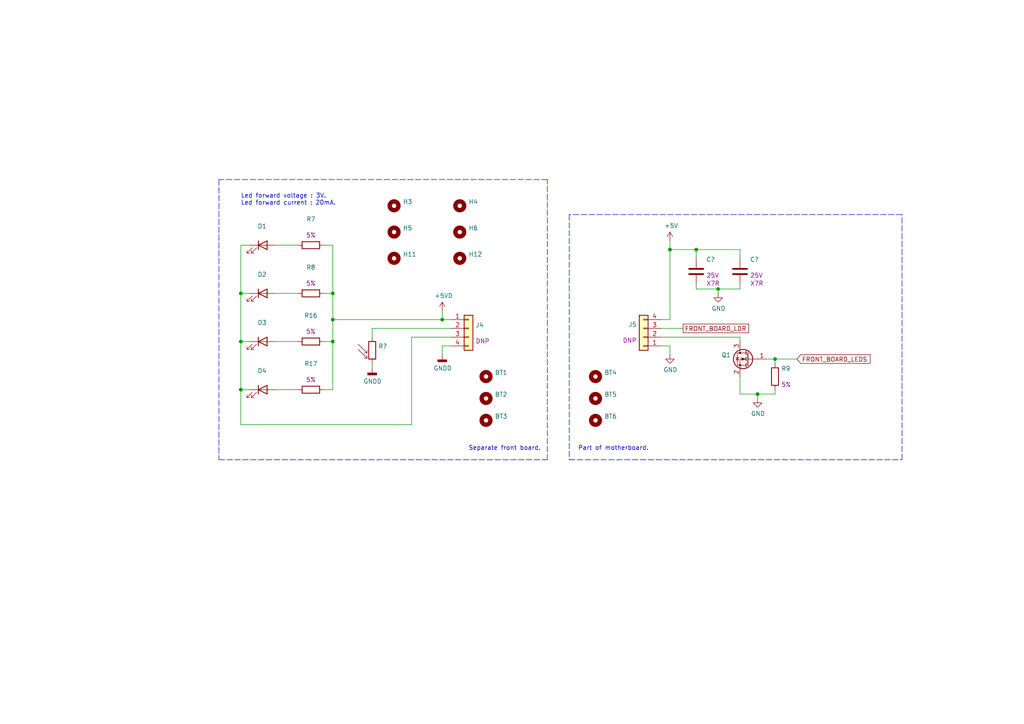
<source format=kicad_sch>
(kicad_sch (version 20211123) (generator eeschema)
  (paper "A4")
  (title_block (title "Separate board with camera, leds and LDR") (date "2021-02-05") (rev "1.1") (company "Cyclope robot by Adrien RICCIARDI"))
  (lib_symbols
    (symbol "Connector_Generic:Conn_01x04" (pin_names (offset 1.016) hide)
      (property "Reference" "J" (at 0 5.08 0))
      (property "Value" "Conn_01x04" (at 0 -7.62 0))
      (symbol "Conn_01x04_1_1"
        (rectangle (start -1.27 -4.953) (end 0 -5.207) (stroke (width 0.1524)))
        (rectangle (start -1.27 -2.413) (end 0 -2.667) (stroke (width 0.1524)))
        (rectangle (start -1.27 0.127) (end 0 -0.127) (stroke (width 0.1524)))
        (rectangle (start -1.27 2.667) (end 0 2.413) (stroke (width 0.1524)))
        (rectangle (start -1.27 3.81) (end 1.27 -6.35) (stroke (width 0.254)) (fill (type background)))
        (pin passive line (at -5.08 2.54 0) (length 3.81) (name "Pin_1") (number "1"))
        (pin passive line (at -5.08 0 0) (length 3.81) (name "Pin_2") (number "2"))
        (pin passive line (at -5.08 -2.54 0) (length 3.81) (name "Pin_3") (number "3"))
        (pin passive line (at -5.08 -5.08 0) (length 3.81) (name "Pin_4") (number "4"))
      )
    )
    (symbol "Device:C" (pin_numbers hide) (pin_names (offset 0.254))
      (property "Reference" "C" (at 0.635 2.54 0))
      (property "Value" "C" (at 0.635 -2.54 0))
      (symbol "C_0_1"
        (polyline (pts (xy -2.032 -0.762) (xy 2.032 -0.762)) (stroke (width 0.508)))
        (polyline (pts (xy -2.032 0.762) (xy 2.032 0.762)) (stroke (width 0.508)))
      )
      (symbol "C_1_1"
        (pin passive line (at 0 3.81 270) (length 2.794) (name "~") (number "1"))
        (pin passive line (at 0 -3.81 90) (length 2.794) (name "~") (number "2"))
      )
    )
    (symbol "Device:LED" (pin_numbers hide) (pin_names (offset 1.016) hide)
      (property "Reference" "D" (at 0 2.54 0))
      (property "Value" "LED" (at 0 -2.54 0))
      (symbol "LED_0_1"
        (polyline (pts (xy -1.27 -1.27) (xy -1.27 1.27)) (stroke (width 0.254)))
        (polyline (pts (xy -1.27 0) (xy 1.27 0)))
        (polyline (pts (xy 1.27 -1.27) (xy 1.27 1.27) (xy -1.27 0) (xy 1.27 -1.27)) (stroke (width 0.254)))
        (polyline (pts (xy -3.048 -0.762) (xy -4.572 -2.286) (xy -3.81 -2.286) (xy -4.572 -2.286) (xy -4.572 -1.524)))
        (polyline (pts (xy -1.778 -0.762) (xy -3.302 -2.286) (xy -2.54 -2.286) (xy -3.302 -2.286) (xy -3.302 -1.524)))
      )
      (symbol "LED_1_1"
        (pin passive line (at -3.81 0 0) (length 2.54) (name "K") (number "1"))
        (pin passive line (at 3.81 0 180) (length 2.54) (name "A") (number "2"))
      )
    )
    (symbol "Device:R" (pin_numbers hide) (pin_names (offset 0))
      (property "Reference" "R" (at 2.032 0 90))
      (property "Value" "R" (at 0 0 90))
      (symbol "R_0_1"
        (rectangle (start -1.016 -2.54) (end 1.016 2.54) (stroke (width 0.254)))
      )
      (symbol "R_1_1"
        (pin passive line (at 0 3.81 270) (length 1.27) (name "~") (number "1"))
        (pin passive line (at 0 -3.81 90) (length 1.27) (name "~") (number "2"))
      )
    )
    (symbol "Mechanical:MountingHole" (pin_names (offset 1.016))
      (property "Reference" "H" (at 0 5.08 0))
      (property "Value" "MountingHole" (at 0 3.175 0))
      (symbol "MountingHole_0_1"
        (circle (center 0 0) (radius 1.27) (stroke (width 1.27)))
      )
    )
    (symbol "Sensor_Optical:LDR07" (pin_numbers hide) (pin_names (offset 0))
      (property "Reference" "R" (at -5.08 0 90))
      (property "Value" "LDR07" (at 1.905 0 90))
      (symbol "LDR07_0_1"
        (rectangle (start -1.016 2.54) (end 1.016 -2.54) (stroke (width 0.254)))
        (polyline (pts (xy -1.524 -2.286) (xy -4.064 0.254)))
        (polyline (pts (xy -1.524 -2.286) (xy -2.286 -2.286)))
        (polyline (pts (xy -1.524 -2.286) (xy -1.524 -1.524)))
        (polyline (pts (xy -1.524 -0.762) (xy -4.064 1.778)))
        (polyline (pts (xy -1.524 -0.762) (xy -2.286 -0.762)))
        (polyline (pts (xy -1.524 -0.762) (xy -1.524 0)))
      )
      (symbol "LDR07_1_1"
        (pin passive line (at 0 3.81 270) (length 1.27) (name "~") (number "1"))
        (pin passive line (at 0 -3.81 90) (length 1.27) (name "~") (number "2"))
      )
    )
    (symbol "Transistor_FET:DMG3414U" (pin_names hide)
      (property "Reference" "Q" (at 5.08 1.905 0))
      (property "Value" "DMG3414U" (at 5.08 0 0))
      (symbol "DMG3414U_0_1"
        (polyline (pts (xy 0.254 0) (xy -2.54 0)))
        (polyline (pts (xy 0.254 1.905) (xy 0.254 -1.905)) (stroke (width 0.254)))
        (polyline (pts (xy 0.762 -1.27) (xy 0.762 -2.286)) (stroke (width 0.254)))
        (polyline (pts (xy 0.762 0.508) (xy 0.762 -0.508)) (stroke (width 0.254)))
        (polyline (pts (xy 0.762 2.286) (xy 0.762 1.27)) (stroke (width 0.254)))
        (polyline (pts (xy 2.54 2.54) (xy 2.54 1.778)))
        (polyline (pts (xy 2.54 -2.54) (xy 2.54 0) (xy 0.762 0)))
        (polyline (pts (xy 0.762 -1.778) (xy 3.302 -1.778) (xy 3.302 1.778) (xy 0.762 1.778)))
        (polyline (pts (xy 1.016 0) (xy 2.032 0.381) (xy 2.032 -0.381) (xy 1.016 0)) (fill (type outline)))
        (polyline (pts (xy 2.794 0.508) (xy 2.921 0.381) (xy 3.683 0.381) (xy 3.81 0.254)))
        (polyline (pts (xy 3.302 0.381) (xy 2.921 -0.254) (xy 3.683 -0.254) (xy 3.302 0.381)))
        (circle (center 1.651 0) (radius 2.794) (stroke (width 0.254)))
        (circle (center 2.54 -1.778) (radius 0.254) (fill (type outline)))
        (circle (center 2.54 1.778) (radius 0.254) (fill (type outline)))
      )
      (symbol "DMG3414U_1_1"
        (pin input line (at -5.08 0 0) (length 2.54) (name "G") (number "1"))
        (pin passive line (at 2.54 -5.08 90) (length 2.54) (name "S") (number "2"))
        (pin passive line (at 2.54 5.08 270) (length 2.54) (name "D") (number "3"))
      )
    )
    (symbol "power:+5V" (power) (pin_names (offset 0))
      (property "Value" "+5V" (at 0 3.556 0))
      (symbol "+5V_0_1"
        (polyline (pts (xy -0.762 1.27) (xy 0 2.54)))
        (polyline (pts (xy 0 0) (xy 0 2.54)))
        (polyline (pts (xy 0 2.54) (xy 0.762 1.27)))
      )
      (symbol "+5V_1_1"
        (pin power_in line (at 0 0 90) (length 0) hide (name "+5V") (number "1"))
      )
    )
    (symbol "power:+5VD" (power) (pin_names (offset 0))
      (property "Value" "+5VD" (at 0 3.556 0))
      (symbol "+5VD_0_1"
        (polyline (pts (xy -0.762 1.27) (xy 0 2.54)))
        (polyline (pts (xy 0 0) (xy 0 2.54)))
        (polyline (pts (xy 0 2.54) (xy 0.762 1.27)))
      )
      (symbol "+5VD_1_1"
        (pin power_in line (at 0 0 90) (length 0) hide (name "+5VD") (number "1"))
      )
    )
    (symbol "power:GND" (power) (pin_names (offset 0))
      (property "Value" "GND" (at 0 -3.81 0))
      (symbol "GND_0_1"
        (polyline (pts (xy 0 0) (xy 0 -1.27) (xy 1.27 -1.27) (xy 0 -2.54) (xy -1.27 -1.27) (xy 0 -1.27)))
      )
      (symbol "GND_1_1"
        (pin power_in line (at 0 0 270) (length 0) hide (name "GND") (number "1"))
      )
    )
    (symbol "power:GNDD" (power) (pin_names (offset 0))
      (property "Value" "GNDD" (at 0 -3.175 0))
      (symbol "GNDD_0_1"
        (rectangle (start -1.27 -1.524) (end 1.27 -2.032) (stroke (width 0.254)) (fill (type outline)))
        (polyline (pts (xy 0 0) (xy 0 -1.524)))
      )
      (symbol "GNDD_1_1"
        (pin power_in line (at 0 0 270) (length 0) hide (name "GNDD") (number "1"))
      )
    )
  )
  (junction (at 96.52 92.71))
  (junction (at 224.79 104.14))
  (junction (at 128.27 92.71))
  (junction (at 201.93 72.39))
  (junction (at 194.31 72.39))
  (junction (at 69.85 85.09))
  (junction (at 69.85 113.03))
  (junction (at 69.85 99.06))
  (junction (at 219.71 114.3))
  (junction (at 96.52 99.06))
  (junction (at 96.52 85.09))
  (junction (at 208.28 83.82))
  (wire (pts (xy 96.52 92.71) (xy 128.27 92.71)))
  (wire (pts (xy 224.79 114.3) (xy 224.79 113.03)))
  (wire (pts (xy 191.77 97.79) (xy 214.63 97.79)))
  (wire (pts (xy 130.81 100.33) (xy 128.27 100.33)))
  (wire (pts (xy 214.63 72.39) (xy 214.63 74.93)))
  (wire (pts (xy 194.31 72.39) (xy 201.93 72.39)))
  (wire (pts (xy 201.93 72.39) (xy 201.93 74.93)))
  (wire (pts (xy 69.85 113.03) (xy 69.85 123.19)))
  (wire (pts (xy 191.77 100.33) (xy 194.31 100.33)))
  (wire (pts (xy 96.52 85.09) (xy 93.98 85.09)))
  (wire (pts (xy 96.52 92.71) (xy 96.52 99.06)))
  (wire (pts (xy 119.38 97.79) (xy 119.38 123.19)))
  (wire (pts (xy 214.63 83.82) (xy 214.63 82.55)))
  (polyline (pts (xy 158.75 133.35) (xy 158.75 52.07)))
  (wire (pts (xy 93.98 71.12) (xy 96.52 71.12)))
  (wire (pts (xy 80.01 85.09) (xy 86.36 85.09)))
  (wire (pts (xy 224.79 104.14) (xy 224.79 105.41)))
  (wire (pts (xy 201.93 83.82) (xy 208.28 83.82)))
  (wire (pts (xy 194.31 100.33) (xy 194.31 102.87)))
  (polyline (pts (xy 261.62 133.35) (xy 261.62 62.23)))
  (wire (pts (xy 214.63 109.22) (xy 214.63 114.3)))
  (wire (pts (xy 80.01 113.03) (xy 86.36 113.03)))
  (wire (pts (xy 128.27 92.71) (xy 130.81 92.71)))
  (wire (pts (xy 96.52 113.03) (xy 93.98 113.03)))
  (wire (pts (xy 128.27 90.17) (xy 128.27 92.71)))
  (wire (pts (xy 208.28 85.09) (xy 208.28 83.82)))
  (wire (pts (xy 194.31 72.39) (xy 194.31 92.71)))
  (wire (pts (xy 69.85 99.06) (xy 69.85 85.09)))
  (wire (pts (xy 107.95 106.68) (xy 107.95 105.41)))
  (polyline (pts (xy 165.1 62.23) (xy 165.1 133.35)))
  (wire (pts (xy 194.31 69.85) (xy 194.31 72.39)))
  (polyline (pts (xy 261.62 62.23) (xy 165.1 62.23)))
  (wire (pts (xy 219.71 114.3) (xy 219.71 115.57)))
  (wire (pts (xy 80.01 99.06) (xy 86.36 99.06)))
  (wire (pts (xy 208.28 83.82) (xy 214.63 83.82)))
  (wire (pts (xy 201.93 82.55) (xy 201.93 83.82)))
  (wire (pts (xy 107.95 95.25) (xy 107.95 97.79)))
  (wire (pts (xy 219.71 114.3) (xy 224.79 114.3)))
  (polyline (pts (xy 63.5 52.07) (xy 63.5 133.35)))
  (wire (pts (xy 93.98 99.06) (xy 96.52 99.06)))
  (wire (pts (xy 128.27 100.33) (xy 128.27 102.87)))
  (wire (pts (xy 72.39 99.06) (xy 69.85 99.06)))
  (polyline (pts (xy 158.75 52.07) (xy 63.5 52.07)))
  (wire (pts (xy 69.85 85.09) (xy 69.85 71.12)))
  (wire (pts (xy 96.52 99.06) (xy 96.52 113.03)))
  (wire (pts (xy 214.63 97.79) (xy 214.63 99.06)))
  (wire (pts (xy 214.63 114.3) (xy 219.71 114.3)))
  (wire (pts (xy 69.85 123.19) (xy 119.38 123.19)))
  (wire (pts (xy 80.01 71.12) (xy 86.36 71.12)))
  (wire (pts (xy 119.38 97.79) (xy 130.81 97.79)))
  (wire (pts (xy 69.85 99.06) (xy 69.85 113.03)))
  (wire (pts (xy 191.77 92.71) (xy 194.31 92.71)))
  (wire (pts (xy 224.79 104.14) (xy 231.14 104.14)))
  (wire (pts (xy 69.85 71.12) (xy 72.39 71.12)))
  (polyline (pts (xy 63.5 133.35) (xy 158.75 133.35)))
  (wire (pts (xy 201.93 72.39) (xy 214.63 72.39)))
  (wire (pts (xy 72.39 85.09) (xy 69.85 85.09)))
  (wire (pts (xy 107.95 95.25) (xy 130.81 95.25)))
  (wire (pts (xy 72.39 113.03) (xy 69.85 113.03)))
  (wire (pts (xy 96.52 71.12) (xy 96.52 85.09)))
  (wire (pts (xy 222.25 104.14) (xy 224.79 104.14)))
  (wire (pts (xy 198.12 95.25) (xy 191.77 95.25)))
  (polyline (pts (xy 165.1 133.35) (xy 261.62 133.35)))
  (wire (pts (xy 96.52 85.09) (xy 96.52 92.71)))
  (text "Part of motherboard." (at 167.64 130.81 0) (effects (font (size 1.27 1.27)) (justify left bottom)))
  (text "Led forward voltage : 3V.\nLed forward current : 20mA." (at 69.85 59.69 0) (effects (font (size 1.27 1.27)) (justify left bottom)))
  (text "Separate front board." (at 135.89 130.81 0) (effects (font (size 1.27 1.27)) (justify left bottom)))
  (global_label "FRONT_BOARD_LEDS" (shape input) (at 231.14 104.14 0) (property "Références Inter-Feuilles" "${INTERSHEET_REFS}" (effects hide)))
  (global_label "FRONT_BOARD_LDR" (shape passive) (at 198.12 95.25 0) (property "Références Inter-Feuilles" "${INTERSHEET_REFS}" (effects hide)))
  (symbol (lib_id "Device:LED") (at 76.2 99.06 0) (unit 1)
    (property "Reference" "D3" (at 76.0222 93.5736 0))
  )
  (symbol (lib_id "Device:LED") (at 76.2 113.03 0) (unit 1)
    (property "Reference" "D4" (at 76.0222 107.5436 0))
  )
  (symbol (lib_id "Device:R") (at 90.17 99.06 270) (unit 1)
    (property "Reference" "R16" (at 90.17 91.5162 90))
    (property "Value2" "5%" (at 90.17 96.139 90))
  )
  (symbol (lib_id "Device:R") (at 90.17 113.03 270) (unit 1)
    (property "Reference" "R17" (at 90.17 105.4862 90))
    (property "Value2" "5%" (at 90.17 110.109 90))
  )
  (symbol (lib_id "Mechanical:MountingHole") (at 114.3 74.93 0) (unit 1)
    (property "Reference" "H11" (at 116.84 73.7616 0) (effects (justify left)))
    (property "Populate" "DNP" (effects hide))
  )
  (symbol (lib_id "Mechanical:MountingHole") (at 133.35 74.93 0) (unit 1)
    (property "Reference" "H12" (at 135.89 73.7616 0) (effects (justify left)))
    (property "Populate" "DNP" (effects hide))
  )
  (symbol (lib_id "Device:LED") (at 76.2 71.12 0) (unit 1)
    (property "Reference" "D1" (at 76.0222 65.6336 0))
  )
  (symbol (lib_id "Device:LED") (at 76.2 85.09 0) (unit 1)
    (property "Reference" "D2" (at 76.0222 79.6036 0))
  )
  (symbol (lib_id "Sensor_Optical:LDR07") (at 107.95 101.6 0) (unit 1)
    (property "Reference" "R?" (at 109.728 100.4316 0) (effects (justify left)))
    (property "Datasheet" "http://www.tme.eu/de/Document/f2e3ad76a925811312d226c31da4cd7e/LDR07.pdf" (effects hide))
  )
  (symbol (lib_id "Connector_Generic:Conn_01x04") (at 135.89 95.25 0) (unit 1)
    (property "Reference" "J4" (at 137.922 94.3102 0) (effects (justify left)))
    (property "Populate" "DNP" (at 137.922 98.933 0) (effects (justify left)))
  )
  (symbol (lib_id "Connector_Generic:Conn_01x04") (at 186.69 97.79 180) (unit 1)
    (property "Reference" "J5" (at 184.6834 94.107 0) (effects (justify left)))
    (property "Populate" "DNP" (at 184.6834 98.7298 0) (effects (justify left)))
  )
  (symbol (lib_id "power:GND") (at 194.31 102.87 0) (unit 1)
    (property "Reference" "#PWR0101" (effects hide))
  )
  (symbol (lib_id "power:GNDD") (at 128.27 102.87 0) (unit 1)
    (property "Reference" "#PWR0102" (effects hide))
  )
  (symbol (lib_id "power:+5V") (at 194.31 69.85 0) (unit 1)
    (property "Reference" "#PWR0103" (effects hide))
  )
  (symbol (lib_id "Device:C") (at 201.93 78.74 180) (unit 1)
    (property "Reference" "C?" (at 204.851 75.2602 0) (effects (justify right)))
    (property "Value2" "25V" (at 204.851 79.883 0) (effects (justify right)))
    (property "Value3" "X7R" (at 204.851 82.1944 0) (effects (justify right)))
  )
  (symbol (lib_id "Device:C") (at 214.63 78.74 180) (unit 1)
    (property "Reference" "C?" (at 217.551 75.2602 0) (effects (justify right)))
    (property "Value2" "25V" (at 217.551 79.883 0) (effects (justify right)))
    (property "Value3" "X7R" (at 217.551 82.1944 0) (effects (justify right)))
  )
  (symbol (lib_id "power:GND") (at 208.28 85.09 0) (unit 1)
    (property "Reference" "#PWR0104" (effects hide))
  )
  (symbol (lib_id "power:+5VD") (at 128.27 90.17 0) (unit 1)
    (property "Reference" "#PWR0105" (effects hide))
  )
  (symbol (lib_id "power:GNDD") (at 107.95 106.68 0) (unit 1)
    (property "Reference" "#PWR0106" (effects hide))
  )
  (symbol (lib_id "Device:R") (at 90.17 71.12 270) (unit 1)
    (property "Reference" "R7" (at 90.17 63.5762 90))
    (property "Value2" "5%" (at 90.17 68.199 90))
  )
  (symbol (lib_id "Device:R") (at 90.17 85.09 270) (unit 1)
    (property "Reference" "R8" (at 90.17 77.5462 90))
    (property "Value2" "5%" (at 90.17 82.169 90))
  )
  (symbol (lib_id "Mechanical:MountingHole") (at 114.3 59.69 0) (unit 1)
    (property "Reference" "H3" (at 116.84 58.5216 0) (effects (justify left)))
    (property "Populate" "DNP" (effects hide))
  )
  (symbol (lib_id "Mechanical:MountingHole") (at 133.35 59.69 0) (unit 1)
    (property "Reference" "H4" (at 135.89 58.5216 0) (effects (justify left)))
    (property "Populate" "DNP" (effects hide))
  )
  (symbol (lib_id "Mechanical:MountingHole") (at 114.3 67.31 0) (unit 1)
    (property "Reference" "H5" (at 116.84 66.1416 0) (effects (justify left)))
    (property "Populate" "DNP" (effects hide))
  )
  (symbol (lib_id "Mechanical:MountingHole") (at 133.35 67.31 0) (unit 1)
    (property "Reference" "H6" (at 135.89 66.1416 0) (effects (justify left)))
    (property "Populate" "DNP" (effects hide))
  )
  (symbol (lib_id "Transistor_FET:DMG3414U") (at 217.17 104.14 0) (mirror y) (unit 1)
    (property "Reference" "Q1" (at 211.9884 102.9716 0) (effects (justify left)))
    (property "Datasheet" "http://www.diodes.com/assets/Datasheets/ds31739.pdf" (effects hide))
  )
  (symbol (lib_id "power:GND") (at 219.71 115.57 0) (unit 1)
    (property "Reference" "#PWR013" (effects hide))
  )
  (symbol (lib_id "Device:R") (at 224.79 109.22 180) (unit 1)
    (property "Reference" "R9" (at 226.568 106.9086 0) (effects (justify right)))
    (property "Value2" "5%" (at 226.568 111.5314 0) (effects (justify right)))
  )
  (symbol (lib_id "Mechanical:MountingHole") (at 140.97 109.22 0) (unit 1)
    (property "Reference" "BT1" (at 143.51 108.0516 0) (effects (justify left)))
    (property "Populate" "DNP" (effects hide))
  )
  (symbol (lib_id "Mechanical:MountingHole") (at 140.97 115.57 0) (unit 1)
    (property "Reference" "BT2" (at 143.51 114.4016 0) (effects (justify left)))
    (property "Populate" "DNP" (effects hide))
  )
  (symbol (lib_id "Mechanical:MountingHole") (at 140.97 121.92 0) (unit 1)
    (property "Reference" "BT3" (at 143.51 120.7516 0) (effects (justify left)))
    (property "Populate" "DNP" (effects hide))
  )
  (symbol (lib_id "Mechanical:MountingHole") (at 172.72 109.22 0) (unit 1)
    (property "Reference" "BT4" (at 175.26 108.0516 0) (effects (justify left)))
    (property "Populate" "DNP" (effects hide))
  )
  (symbol (lib_id "Mechanical:MountingHole") (at 172.72 115.57 0) (unit 1)
    (property "Reference" "BT5" (at 175.26 114.4016 0) (effects (justify left)))
    (property "Populate" "DNP" (effects hide))
  )
  (symbol (lib_id "Mechanical:MountingHole") (at 172.72 121.92 0) (unit 1)
    (property "Reference" "BT6" (at 175.26 120.7516 0) (effects (justify left)))
    (property "Populate" "DNP" (effects hide))
  )
)
</source>
